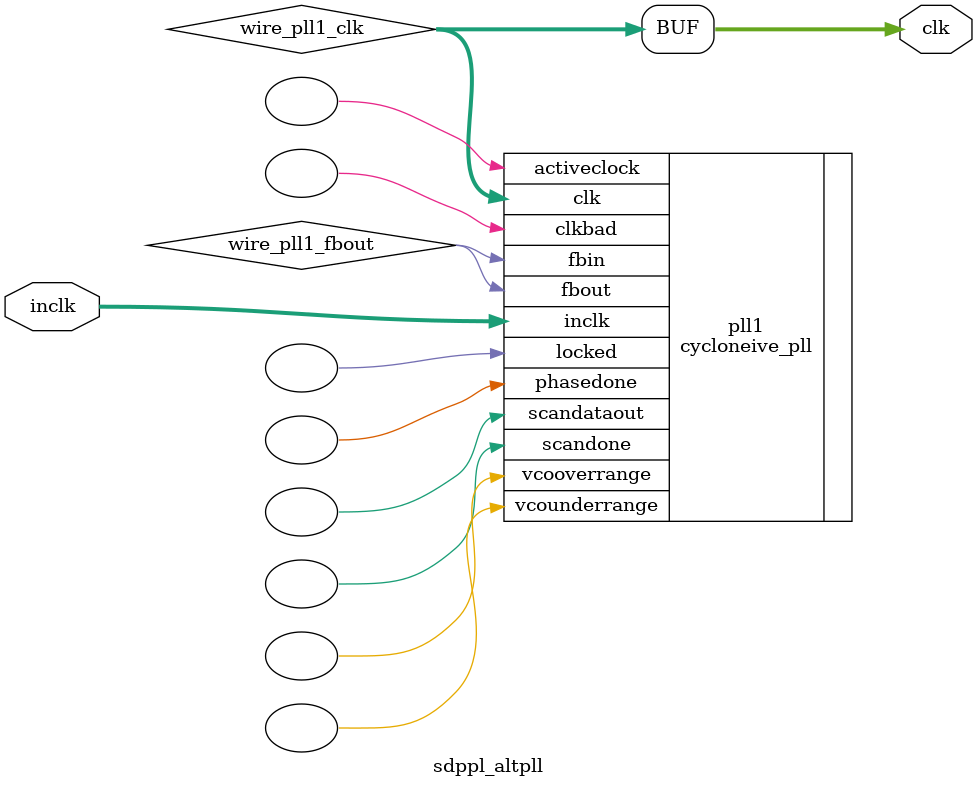
<source format=v>






//synthesis_resources = cycloneive_pll 1 
//synopsys translate_off
`timescale 1 ps / 1 ps
//synopsys translate_on
module  sdppl_altpll
	( 
	clk,
	inclk) /* synthesis synthesis_clearbox=1 */;
	output   [4:0]  clk;
	input   [1:0]  inclk;
`ifndef ALTERA_RESERVED_QIS
// synopsys translate_off
`endif
	tri0   [1:0]  inclk;
`ifndef ALTERA_RESERVED_QIS
// synopsys translate_on
`endif

	wire  [4:0]   wire_pll1_clk;
	wire  wire_pll1_fbout;

	cycloneive_pll   pll1
	( 
	.activeclock(),
	.clk(wire_pll1_clk),
	.clkbad(),
	.fbin(wire_pll1_fbout),
	.fbout(wire_pll1_fbout),
	.inclk(inclk),
	.locked(),
	.phasedone(),
	.scandataout(),
	.scandone(),
	.vcooverrange(),
	.vcounderrange()
	`ifndef FORMAL_VERIFICATION
	// synopsys translate_off
	`endif
	,
	.areset(1'b0),
	.clkswitch(1'b0),
	.configupdate(1'b0),
	.pfdena(1'b1),
	.phasecounterselect({3{1'b0}}),
	.phasestep(1'b0),
	.phaseupdown(1'b0),
	.scanclk(1'b0),
	.scanclkena(1'b1),
	.scandata(1'b0)
	`ifndef FORMAL_VERIFICATION
	// synopsys translate_on
	`endif
	);
	defparam
		pll1.bandwidth_type = "auto",
		pll1.clk0_divide_by = 1,
		pll1.clk0_duty_cycle = 50,
		pll1.clk0_multiply_by = 1,
		pll1.clk0_phase_shift = "-3000",
		pll1.clk1_divide_by = 1,
		pll1.clk1_duty_cycle = 50,
		pll1.clk1_multiply_by = 1,
		pll1.clk1_phase_shift = "0",
		pll1.compensate_clock = "clk0",
		pll1.inclk0_input_frequency = 20000,
		pll1.operation_mode = "normal",
		pll1.pll_type = "auto",
		pll1.lpm_type = "cycloneive_pll";
	assign
		clk = {wire_pll1_clk[4:0]};
endmodule //sdppl_altpll
//VALID FILE

</source>
